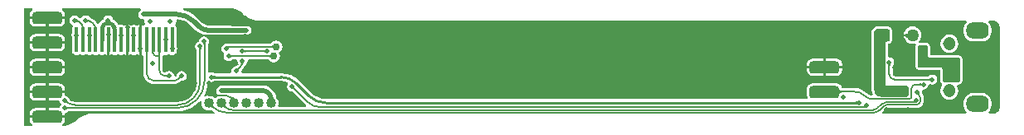
<source format=gbl>
G04*
G04 #@! TF.GenerationSoftware,Altium Limited,Altium Designer,20.1.7 (139)*
G04*
G04 Layer_Physical_Order=2*
G04 Layer_Color=16711680*
%FSLAX25Y25*%
%MOIN*%
G70*
G04*
G04 #@! TF.SameCoordinates,AE6903BA-CC81-4101-B740-E620CA86DFFE*
G04*
G04*
G04 #@! TF.FilePolarity,Positive*
G04*
G01*
G75*
%ADD10C,0.00600*%
%ADD11C,0.01000*%
%ADD12C,0.02000*%
%ADD13C,0.00800*%
G04:AMPARAMS|DCode=24|XSize=50mil|YSize=120mil|CornerRadius=12.5mil|HoleSize=0mil|Usage=FLASHONLY|Rotation=270.000|XOffset=0mil|YOffset=0mil|HoleType=Round|Shape=RoundedRectangle|*
%AMROUNDEDRECTD24*
21,1,0.05000,0.09500,0,0,270.0*
21,1,0.02500,0.12000,0,0,270.0*
1,1,0.02500,-0.04750,-0.01250*
1,1,0.02500,-0.04750,0.01250*
1,1,0.02500,0.04750,0.01250*
1,1,0.02500,0.04750,-0.01250*
%
%ADD24ROUNDEDRECTD24*%
%ADD32C,0.05000*%
%ADD33C,0.04000*%
%ADD34C,0.02000*%
%ADD35O,0.05000X0.05400*%
G04:AMPARAMS|DCode=36|XSize=90mil|YSize=68mil|CornerRadius=27.2mil|HoleSize=0mil|Usage=FLASHONLY|Rotation=0.000|XOffset=0mil|YOffset=0mil|HoleType=Round|Shape=RoundedRectangle|*
%AMROUNDEDRECTD36*
21,1,0.09000,0.01360,0,0,0.0*
21,1,0.03560,0.06800,0,0,0.0*
1,1,0.05440,0.01780,-0.00680*
1,1,0.05440,-0.01780,-0.00680*
1,1,0.05440,-0.01780,0.00680*
1,1,0.05440,0.01780,0.00680*
%
%ADD36ROUNDEDRECTD36*%
%ADD37C,0.01600*%
G04:AMPARAMS|DCode=38|XSize=16mil|YSize=100mil|CornerRadius=4mil|HoleSize=0mil|Usage=FLASHONLY|Rotation=180.000|XOffset=0mil|YOffset=0mil|HoleType=Round|Shape=RoundedRectangle|*
%AMROUNDEDRECTD38*
21,1,0.01600,0.09200,0,0,180.0*
21,1,0.00800,0.10000,0,0,180.0*
1,1,0.00800,-0.00400,0.04600*
1,1,0.00800,0.00400,0.04600*
1,1,0.00800,0.00400,-0.04600*
1,1,0.00800,-0.00400,-0.04600*
%
%ADD38ROUNDEDRECTD38*%
%ADD39C,0.03000*%
G36*
X3923Y48397D02*
X4104Y47797D01*
X3628Y47479D01*
X3131Y46734D01*
X2956Y45856D01*
Y45106D01*
X10000D01*
X17044D01*
Y45856D01*
X16870Y46734D01*
X16372Y47479D01*
X15895Y47797D01*
X16078Y48397D01*
X47373Y48397D01*
X47555Y47797D01*
X47183Y47548D01*
X46741Y46887D01*
X46586Y46106D01*
X46741Y45326D01*
X47183Y44664D01*
X47845Y44222D01*
X48625Y44067D01*
X48632D01*
X49125Y43467D01*
X49053Y43106D01*
X49239Y42170D01*
X49255Y42145D01*
X49090Y41745D01*
X48656Y41379D01*
X48344Y41588D01*
X47898Y41677D01*
Y35669D01*
Y29662D01*
X48031Y29688D01*
X48631Y29276D01*
Y22150D01*
X48619D01*
X48768Y21016D01*
X49206Y19959D01*
X49902Y19052D01*
X50810Y18356D01*
X51866Y17918D01*
X53000Y17769D01*
Y17781D01*
X60586D01*
Y17766D01*
X61816Y17928D01*
X62963Y18403D01*
X63864Y19094D01*
X64000Y19067D01*
X64780Y19222D01*
X65442Y19664D01*
X65884Y20326D01*
X66039Y21106D01*
X65884Y21887D01*
X65442Y22548D01*
X64780Y22990D01*
X64000Y23145D01*
X63220Y22990D01*
X62558Y22548D01*
X62116Y21887D01*
X61961Y21106D01*
X61963Y21094D01*
X61606Y20852D01*
X61038Y21115D01*
X61037Y21117D01*
X60884Y21887D01*
X60442Y22548D01*
X59780Y22990D01*
X59000Y23145D01*
X58220Y22990D01*
X57824Y22726D01*
X57523Y22546D01*
X56955Y22529D01*
X56681Y22713D01*
X56478Y23016D01*
X56407Y23374D01*
X56400D01*
Y29276D01*
X57000Y29688D01*
X57234Y29642D01*
X58034D01*
X58580Y29750D01*
X58913Y29973D01*
X59247Y29750D01*
X59793Y29642D01*
X60593D01*
X61139Y29750D01*
X61602Y30060D01*
X61912Y30523D01*
X62020Y31069D01*
Y31241D01*
X62077Y31326D01*
X62232Y32106D01*
X62077Y32887D01*
X62020Y32971D01*
Y40269D01*
X61912Y40815D01*
X61602Y41279D01*
X61502Y41783D01*
X61761Y42170D01*
X61947Y43106D01*
X61874Y43474D01*
X61873Y43506D01*
X62372Y44044D01*
X63416Y43941D01*
X64915Y43487D01*
X66296Y42748D01*
X67434Y41814D01*
X67487Y41735D01*
X69151Y40071D01*
X69573Y39649D01*
X69574Y39648D01*
X69575Y39648D01*
X69575Y39647D01*
X69576Y39648D01*
X69615Y39621D01*
X70653Y38769D01*
X71881Y38113D01*
X73156Y37726D01*
X73010Y37143D01*
X73000Y37146D01*
X72220Y36990D01*
X71558Y36548D01*
X71116Y35887D01*
X70961Y35106D01*
X70970Y35060D01*
X70620Y34990D01*
X69958Y34548D01*
X69516Y33887D01*
X69361Y33106D01*
X69516Y32326D01*
X69958Y31664D01*
X70094Y31574D01*
X70111Y31552D01*
X70164Y31506D01*
X70174Y31496D01*
Y18606D01*
X70184Y18559D01*
X70035Y17048D01*
X69580Y15549D01*
X68842Y14168D01*
X67849Y12958D01*
X66638Y11964D01*
X65257Y11226D01*
X63758Y10771D01*
X62247Y10622D01*
X62200Y10632D01*
X21350D01*
X21349Y10632D01*
X21348Y10632D01*
X21343Y10632D01*
X21293Y10622D01*
X20094Y10780D01*
X19018Y11225D01*
X19011Y11284D01*
X18990Y11353D01*
X18884Y11887D01*
X18442Y12548D01*
X17780Y12990D01*
X17213Y13103D01*
X17044Y13356D01*
Y14106D01*
X10500D01*
Y12120D01*
X11000D01*
X10905Y12110D01*
X10820Y12079D01*
X10745Y12028D01*
X10680Y11958D01*
X10625Y11867D01*
X10580Y11755D01*
X10545Y11624D01*
X10520Y11472D01*
X10505Y11300D01*
X10500Y11108D01*
Y11062D01*
X14750D01*
X15003Y10893D01*
X15116Y10326D01*
X15278Y10083D01*
X15528Y9606D01*
X15278Y9130D01*
X15116Y8887D01*
X15003Y8320D01*
X14750Y8150D01*
X10500D01*
Y8105D01*
D01*
X10505Y7913D01*
X10520Y7741D01*
X10545Y7589D01*
X10580Y7457D01*
X10625Y7346D01*
X10680Y7255D01*
X10745Y7184D01*
X10820Y7134D01*
X10905Y7103D01*
X11000Y7093D01*
X10500D01*
Y5106D01*
X17044D01*
Y5856D01*
X17213Y6110D01*
X17780Y6222D01*
X18442Y6664D01*
X18490Y6737D01*
X18507Y6751D01*
X18530Y6768D01*
X18548Y6779D01*
X18551Y6781D01*
X62299D01*
Y6769D01*
X64214Y6919D01*
X66081Y7368D01*
X67856Y8102D01*
X69493Y9106D01*
X70953Y10353D01*
X71491Y10983D01*
X72055Y10719D01*
X71974Y10106D01*
X72077Y9323D01*
X72379Y8593D01*
X72860Y7967D01*
X73487Y7486D01*
X74217Y7184D01*
X75000Y7080D01*
X75783Y7184D01*
X76008Y7277D01*
X76994Y6468D01*
X77273Y6319D01*
X77127Y5737D01*
X28126D01*
X28106Y5733D01*
X28086Y5736D01*
X27262Y5695D01*
X27203Y5681D01*
X27143D01*
X25528Y5359D01*
X25453Y5329D01*
X25375Y5313D01*
X23853Y4683D01*
X23786Y4638D01*
X23712Y4607D01*
X22343Y3692D01*
X22300Y3650D01*
X22248Y3619D01*
X21637Y3065D01*
X21625Y3049D01*
X21608Y3037D01*
X21080Y2509D01*
X19838Y1679D01*
X18457Y1107D01*
X16992Y816D01*
X16078D01*
X15895Y1416D01*
X16372Y1734D01*
X16870Y2478D01*
X17044Y3356D01*
Y4106D01*
X10000D01*
X2956D01*
Y3356D01*
X3131Y2478D01*
X3628Y1734D01*
X4104Y1416D01*
X3923Y816D01*
X816D01*
Y48397D01*
X3923D01*
D02*
G37*
G36*
X347700Y40106D02*
X347899Y40106D01*
X348267Y39954D01*
X348548Y39673D01*
X348700Y39305D01*
X348700Y39106D01*
X348700Y39106D01*
X348700Y36106D01*
X348700Y35907D01*
X348548Y35540D01*
X348266Y35258D01*
X347899Y35106D01*
X347700Y35106D01*
Y35106D01*
X347544Y35091D01*
X347255Y34971D01*
X347035Y34751D01*
X346915Y34462D01*
X346900Y34306D01*
Y34306D01*
Y34306D01*
D01*
X346900Y18106D01*
X346919Y17911D01*
X347069Y17551D01*
X347344Y17275D01*
X347705Y17126D01*
X347900Y17106D01*
X355300Y17106D01*
X355499Y17106D01*
X355867Y16954D01*
X356148Y16673D01*
X356300Y16305D01*
X356300Y16106D01*
X356300Y16106D01*
X356300Y13606D01*
X356300Y13407D01*
X356148Y13040D01*
X355867Y12758D01*
X355499Y12606D01*
X355300Y12606D01*
X345500Y12606D01*
X345195Y12606D01*
X344596Y12725D01*
X344032Y12959D01*
X343524Y13298D01*
X343092Y13730D01*
X342753Y14238D01*
X342519Y14802D01*
X342400Y15401D01*
X342400Y15707D01*
X342400Y15707D01*
X342400Y38606D01*
X342400Y38905D01*
X342628Y39456D01*
X343050Y39878D01*
X343602Y40106D01*
X343900Y40106D01*
X343900Y40106D01*
X347700Y40106D01*
D02*
G37*
G36*
X73766Y34450D02*
X73661Y34261D01*
X73618Y34168D01*
X73582Y34077D01*
X73553Y33987D01*
X73530Y33898D01*
X73513Y33811D01*
X73503Y33725D01*
X73500Y33640D01*
X72900Y33511D01*
X72896Y33603D01*
X72882Y33691D01*
X72860Y33776D01*
X72829Y33857D01*
X72789Y33935D01*
X72741Y34008D01*
X72683Y34078D01*
X72616Y34145D01*
X72541Y34207D01*
X72457Y34267D01*
X73829Y34547D01*
X73766Y34450D01*
D02*
G37*
G36*
X60695Y33465D02*
X60711Y33271D01*
X60725Y33185D01*
X60743Y33106D01*
X60765Y33035D01*
X60791Y32970D01*
X60821Y32913D01*
X60855Y32863D01*
X60893Y32820D01*
X59493D01*
X59531Y32863D01*
X59565Y32913D01*
X59595Y32970D01*
X59621Y33035D01*
X59643Y33106D01*
X59661Y33185D01*
X59675Y33271D01*
X59685Y33364D01*
X59693Y33572D01*
X60693D01*
X60695Y33465D01*
D02*
G37*
G36*
X100625Y32306D02*
X100595Y32363D01*
X100556Y32414D01*
X100508Y32459D01*
X100451Y32498D01*
X100386Y32531D01*
X100312Y32558D01*
X100230Y32579D01*
X100139Y32594D01*
X100039Y32603D01*
X99930Y32606D01*
Y33206D01*
X100039Y33209D01*
X100139Y33218D01*
X100230Y33233D01*
X100312Y33254D01*
X100386Y33281D01*
X100451Y33314D01*
X100508Y33353D01*
X100556Y33398D01*
X100595Y33449D01*
X100625Y33506D01*
Y32306D01*
D02*
G37*
G36*
X83485Y32606D02*
X83387Y32602D01*
X83299Y32590D01*
X83222Y32570D01*
X83154Y32542D01*
X83098Y32506D01*
X83051Y32462D01*
X83015Y32410D01*
X82989Y32350D01*
X82974Y32282D01*
X82968Y32206D01*
X82127Y33194D01*
X83283Y33206D01*
X83485Y32606D01*
D02*
G37*
G36*
X72098Y32378D02*
X72035Y32290D01*
X71980Y32202D01*
X71932Y32114D01*
X71892Y32026D01*
X71859Y31939D01*
X71833Y31851D01*
X71815Y31764D01*
X71804Y31677D01*
X71800Y31590D01*
X71200Y31526D01*
X71196Y31617D01*
X71183Y31705D01*
X71162Y31791D01*
X71132Y31875D01*
X71094Y31956D01*
X71047Y32035D01*
X70992Y32111D01*
X70928Y32185D01*
X70856Y32256D01*
X70775Y32326D01*
X72168Y32466D01*
X72098Y32378D01*
D02*
G37*
G36*
X97786Y30375D02*
X97707Y30451D01*
X97627Y30519D01*
X97546Y30579D01*
X97463Y30631D01*
X97380Y30675D01*
X97295Y30711D01*
X97210Y30739D01*
X97123Y30759D01*
X97035Y30771D01*
X96946Y30775D01*
Y31375D01*
X97035Y31379D01*
X97123Y31391D01*
X97210Y31411D01*
X97295Y31439D01*
X97380Y31475D01*
X97463Y31519D01*
X97546Y31571D01*
X97627Y31631D01*
X97707Y31699D01*
X97786Y31775D01*
Y30375D01*
D02*
G37*
G36*
X89293Y31699D02*
X89373Y31631D01*
X89454Y31571D01*
X89537Y31519D01*
X89620Y31475D01*
X89705Y31439D01*
X89790Y31411D01*
X89877Y31391D01*
X89965Y31379D01*
X90054Y31375D01*
Y30775D01*
X89965Y30771D01*
X89877Y30759D01*
X89790Y30739D01*
X89705Y30711D01*
X89620Y30675D01*
X89537Y30631D01*
X89454Y30579D01*
X89373Y30519D01*
X89293Y30451D01*
X89214Y30375D01*
Y31775D01*
X89293Y31699D01*
D02*
G37*
G36*
X55612Y30740D02*
X55563Y30719D01*
X55519Y30686D01*
X55480Y30639D01*
X55448Y30578D01*
X55422Y30504D01*
X55401Y30417D01*
X55387Y30316D01*
X55378Y30202D01*
X55375Y30074D01*
X54775D01*
X54772Y30202D01*
X54763Y30316D01*
X54748Y30417D01*
X54728Y30504D01*
X54702Y30578D01*
X54669Y30639D01*
X54631Y30686D01*
X54587Y30719D01*
X54537Y30740D01*
X54482Y30746D01*
X55668D01*
X55612Y30740D01*
D02*
G37*
G36*
X50494D02*
X50444Y30719D01*
X50400Y30686D01*
X50362Y30639D01*
X50330Y30578D01*
X50304Y30504D01*
X50283Y30417D01*
X50268Y30316D01*
X50260Y30202D01*
X50257Y30074D01*
X49657D01*
X49654Y30202D01*
X49645Y30316D01*
X49630Y30417D01*
X49610Y30504D01*
X49583Y30578D01*
X49551Y30639D01*
X49513Y30686D01*
X49469Y30719D01*
X49419Y30740D01*
X49363Y30746D01*
X50550D01*
X50494Y30740D01*
D02*
G37*
G36*
X99625Y28506D02*
X99595Y28563D01*
X99555Y28614D01*
X99508Y28659D01*
X99451Y28698D01*
X99386Y28731D01*
X99312Y28758D01*
X99230Y28779D01*
X99139Y28794D01*
X99039Y28803D01*
X98930Y28806D01*
Y29406D01*
X99039Y29409D01*
X99139Y29418D01*
X99230Y29433D01*
X99312Y29454D01*
X99386Y29481D01*
X99451Y29514D01*
X99508Y29553D01*
X99555Y29598D01*
X99595Y29649D01*
X99625Y29706D01*
Y28506D01*
D02*
G37*
G36*
X83793Y29730D02*
X83873Y29662D01*
X83954Y29602D01*
X84037Y29550D01*
X84120Y29506D01*
X84205Y29470D01*
X84290Y29442D01*
X84377Y29422D01*
X84465Y29410D01*
X84554Y29406D01*
Y28806D01*
X84465Y28802D01*
X84377Y28790D01*
X84290Y28770D01*
X84205Y28742D01*
X84120Y28706D01*
X84037Y28662D01*
X83954Y28610D01*
X83873Y28550D01*
X83793Y28482D01*
X83714Y28406D01*
Y29806D01*
X83793Y29730D01*
D02*
G37*
G36*
X55375Y29106D02*
X54775Y28206D01*
X54769Y28320D01*
X54751Y28422D01*
X54721Y28512D01*
X54679Y28590D01*
X54625Y28656D01*
X54559Y28710D01*
X54481Y28752D01*
X54391Y28782D01*
X54289Y28800D01*
X54175Y28806D01*
Y29406D01*
X54289Y29412D01*
X54391Y29430D01*
X54481Y29460D01*
X54559Y29502D01*
X54625Y29556D01*
X54679Y29622D01*
X54721Y29700D01*
X54751Y29790D01*
X54769Y29892D01*
X54775Y30006D01*
X55375Y29106D01*
D02*
G37*
G36*
X89097Y26336D02*
X89014Y26271D01*
X88862Y26134D01*
X88793Y26062D01*
X88730Y25988D01*
X88671Y25912D01*
X88617Y25834D01*
X88569Y25753D01*
X88525Y25670D01*
X88486Y25585D01*
X87867Y25670D01*
X87900Y25752D01*
X87922Y25834D01*
X87934Y25917D01*
X87934Y26001D01*
X87924Y26086D01*
X87903Y26172D01*
X87871Y26259D01*
X87828Y26346D01*
X87774Y26435D01*
X87710Y26525D01*
X89097Y26336D01*
D02*
G37*
G36*
X349136Y25838D02*
X349085Y25773D01*
X349040Y25703D01*
X349001Y25630D01*
X348968Y25552D01*
X348941Y25469D01*
X348920Y25383D01*
X348905Y25292D01*
X348896Y25196D01*
X348893Y25097D01*
X348093D01*
X348090Y25196D01*
X348081Y25292D01*
X348066Y25383D01*
X348045Y25469D01*
X348018Y25552D01*
X347985Y25630D01*
X347946Y25703D01*
X347901Y25773D01*
X347850Y25838D01*
X347793Y25899D01*
X349193D01*
X349136Y25838D01*
D02*
G37*
G36*
X87311Y23993D02*
X87251Y23927D01*
X87197Y23857D01*
X87150Y23781D01*
X87109Y23701D01*
X87075Y23616D01*
X87047Y23525D01*
X87026Y23430D01*
X87011Y23331D01*
X87002Y23226D01*
X87000Y23116D01*
X86010Y24106D01*
X86120Y24108D01*
X86224Y24117D01*
X86324Y24132D01*
X86419Y24153D01*
X86509Y24181D01*
X86594Y24216D01*
X86675Y24256D01*
X86750Y24304D01*
X86821Y24357D01*
X86887Y24417D01*
X87311Y23993D01*
D02*
G37*
G36*
X58286Y20406D02*
X58207Y20482D01*
X58127Y20550D01*
X58046Y20610D01*
X57963Y20662D01*
X57880Y20706D01*
X57795Y20742D01*
X57710Y20770D01*
X57623Y20790D01*
X57535Y20802D01*
X57446Y20806D01*
Y21406D01*
X57535Y21410D01*
X57623Y21422D01*
X57710Y21442D01*
X57795Y21470D01*
X57880Y21506D01*
X57963Y21550D01*
X58046Y21602D01*
X58127Y21662D01*
X58207Y21730D01*
X58286Y21806D01*
Y20406D01*
D02*
G37*
G36*
X63723Y20145D02*
X63681Y20154D01*
X63638Y20154D01*
X63592Y20147D01*
X63544Y20133D01*
X63494Y20112D01*
X63442Y20083D01*
X63388Y20047D01*
X63332Y20003D01*
X63273Y19952D01*
X63212Y19894D01*
X62788Y20318D01*
X62846Y20379D01*
X62940Y20494D01*
X62977Y20549D01*
X63005Y20601D01*
X63027Y20651D01*
X63041Y20698D01*
X63048Y20744D01*
X63047Y20788D01*
X63039Y20829D01*
X63723Y20145D01*
D02*
G37*
G36*
X76820Y21268D02*
X76870Y21234D01*
X76927Y21204D01*
X76991Y21178D01*
X77063Y21156D01*
X77142Y21138D01*
X77228Y21124D01*
X77321Y21114D01*
X77529Y21106D01*
Y20106D01*
X77421Y20104D01*
X77228Y20088D01*
X77142Y20074D01*
X77063Y20056D01*
X76991Y20034D01*
X76927Y20008D01*
X76870Y19978D01*
X76820Y19944D01*
X76777Y19906D01*
Y21306D01*
X76820Y21268D01*
D02*
G37*
G36*
X365086Y18873D02*
X365025Y18930D01*
X364960Y18981D01*
X364890Y19026D01*
X364816Y19065D01*
X364738Y19098D01*
X364656Y19125D01*
X364569Y19146D01*
X364478Y19161D01*
X364383Y19170D01*
X364283Y19173D01*
Y19973D01*
X364383Y19976D01*
X364478Y19985D01*
X364569Y20000D01*
X364656Y20021D01*
X364738Y20048D01*
X364816Y20081D01*
X364890Y20120D01*
X364960Y20165D01*
X365025Y20216D01*
X365086Y20273D01*
Y18873D01*
D02*
G37*
G36*
X105400Y18953D02*
X106558Y18602D01*
X106740Y18178D01*
X106736Y17870D01*
X106516Y17541D01*
X106361Y16761D01*
X106516Y15980D01*
X106958Y15319D01*
X107620Y14877D01*
X108400Y14721D01*
X108485Y14739D01*
X108507Y14737D01*
X108536Y14732D01*
X108556Y14728D01*
X108560Y14727D01*
X113590Y9696D01*
X113577Y9684D01*
X114171Y9197D01*
X113969Y8632D01*
X103176D01*
X102843Y9131D01*
X102923Y9323D01*
X103026Y10106D01*
X102923Y10889D01*
X102620Y11619D01*
X102140Y12246D01*
X102087Y12286D01*
X102083Y12293D01*
X102082Y12293D01*
X102081Y12294D01*
X102018Y12355D01*
X101939Y12435D01*
X101857Y13055D01*
X101298Y14405D01*
X100408Y15565D01*
X99249Y16454D01*
X97899Y17013D01*
X96450Y17204D01*
Y17196D01*
X80050D01*
X79270Y17040D01*
X78608Y16598D01*
X78558Y16548D01*
X78116Y15887D01*
X77961Y15106D01*
X78116Y14326D01*
X78558Y13664D01*
X78797Y13505D01*
X78730Y12828D01*
X78487Y12727D01*
X77883Y12263D01*
X77723Y12167D01*
X77277D01*
X77117Y12263D01*
X76513Y12727D01*
X75783Y13029D01*
X75000Y13132D01*
X74217Y13029D01*
X73487Y12727D01*
X73443Y12693D01*
X72990Y13102D01*
X73204Y13451D01*
X73939Y15225D01*
X74387Y17092D01*
X74402Y17282D01*
X74376Y17313D01*
X74300Y17392D01*
X74411D01*
X74500Y18524D01*
X75125Y18827D01*
X75283Y18722D01*
X76063Y18567D01*
X76843Y18722D01*
X77374Y19077D01*
X104000D01*
X104047Y19086D01*
X105400Y18953D01*
D02*
G37*
G36*
X83434Y48397D02*
X84181D01*
X85647Y48105D01*
X87027Y47534D01*
X88270Y46703D01*
X88798Y46175D01*
X88815Y46164D01*
X88827Y46148D01*
X89438Y45594D01*
X89490Y45563D01*
X89532Y45520D01*
X90902Y44605D01*
X90976Y44574D01*
X91043Y44530D01*
X92564Y43900D01*
X92643Y43884D01*
X92717Y43853D01*
X94332Y43532D01*
X94393D01*
X94452Y43517D01*
X95275Y43477D01*
X95295Y43480D01*
X95315Y43476D01*
X379410Y43476D01*
X379614Y42876D01*
X379567Y42839D01*
X378971Y42062D01*
X378596Y41157D01*
X378468Y40186D01*
Y38826D01*
X378596Y37855D01*
X378971Y36950D01*
X379567Y36173D01*
X380344Y35577D01*
X381249Y35202D01*
X382220Y35074D01*
X385780D01*
X386751Y35202D01*
X387656Y35577D01*
X388433Y36173D01*
X389029Y36950D01*
X389404Y37855D01*
X389532Y38826D01*
Y40186D01*
X389404Y41157D01*
X389029Y42062D01*
X388433Y42839D01*
X388386Y42876D01*
X388590Y43476D01*
X390426D01*
X390953Y43371D01*
X391449Y43165D01*
X391896Y42867D01*
X392276Y42487D01*
X392575Y42040D01*
X392780Y41544D01*
X392885Y41017D01*
Y40748D01*
X392885Y8465D01*
Y8196D01*
X392780Y7669D01*
X392575Y7173D01*
X392276Y6726D01*
X391896Y6346D01*
X391449Y6047D01*
X390953Y5842D01*
X390426Y5737D01*
X390157Y5737D01*
X388590D01*
X388386Y6337D01*
X388433Y6373D01*
X389029Y7150D01*
X389404Y8055D01*
X389532Y9026D01*
Y10386D01*
X389404Y11357D01*
X389029Y12262D01*
X388433Y13039D01*
X387656Y13636D01*
X386751Y14011D01*
X385780Y14138D01*
X382220D01*
X381249Y14011D01*
X380344Y13636D01*
X379567Y13039D01*
X378971Y12262D01*
X378596Y11357D01*
X378468Y10386D01*
Y9026D01*
X378596Y8055D01*
X378971Y7150D01*
X379567Y6373D01*
X379614Y6337D01*
X379411Y5737D01*
X345736D01*
X345587Y6173D01*
X345574Y6337D01*
X347163Y7940D01*
X347175Y7959D01*
X347480Y8085D01*
X347500Y8081D01*
X348214D01*
Y8306D01*
X348293Y8230D01*
X348373Y8162D01*
X348454Y8102D01*
X348488Y8081D01*
X355012D01*
X355046Y8102D01*
X355127Y8162D01*
X355207Y8230D01*
X355286Y8306D01*
Y8081D01*
X356714D01*
Y8306D01*
X356793Y8230D01*
X356873Y8162D01*
X356954Y8102D01*
X356988Y8081D01*
X359350D01*
Y8080D01*
X360146Y8185D01*
X360888Y8492D01*
X361525Y8981D01*
X362014Y9618D01*
X362321Y10360D01*
X362426Y11156D01*
X362425D01*
Y11806D01*
X362438D01*
X362286Y12965D01*
X361839Y14045D01*
X361773Y14130D01*
X361762Y14157D01*
X361751Y14192D01*
X361741Y14228D01*
X361733Y14266D01*
X361728Y14294D01*
X361720Y14408D01*
X361739Y14506D01*
X361627Y15069D01*
X361987Y15528D01*
X362089Y15589D01*
X362200Y15567D01*
X362980Y15722D01*
X363642Y16164D01*
X364084Y16826D01*
X364219Y17503D01*
X364552Y17731D01*
X364806Y17832D01*
X365020Y17689D01*
X365800Y17534D01*
X366580Y17689D01*
X367242Y18131D01*
X367684Y18793D01*
X367839Y19573D01*
X367684Y20354D01*
X367242Y21015D01*
X366580Y21457D01*
X365800Y21612D01*
X365020Y21457D01*
X364358Y21015D01*
X364348Y21001D01*
X350756D01*
Y21007D01*
X350438Y21070D01*
X350170Y21250D01*
X349990Y21519D01*
X349927Y21836D01*
X349920D01*
Y25162D01*
X349935Y25172D01*
X350034Y25320D01*
X350000D01*
X350076Y25399D01*
X350128Y25461D01*
X350279Y25686D01*
X350300Y25726D01*
X350336Y25811D01*
X350364Y25897D01*
X350384Y25983D01*
X350396Y26071D01*
X350400Y26160D01*
X350442D01*
X350532Y26613D01*
X350377Y27394D01*
X349935Y28055D01*
X349273Y28497D01*
X348493Y28653D01*
X348383Y28631D01*
X347920Y29011D01*
Y34091D01*
X348289Y34164D01*
X348289Y34164D01*
X348289Y34164D01*
X348657Y34317D01*
X348657Y34317D01*
X348987Y34538D01*
X349269Y34819D01*
X349269Y34819D01*
X349269Y34819D01*
X349379Y34983D01*
X349490Y35150D01*
X349490Y35150D01*
X349490Y35150D01*
X349642Y35517D01*
X349642Y35517D01*
X349642Y35517D01*
X349720Y35907D01*
X349720Y36106D01*
X349720Y39106D01*
X349720Y39106D01*
X349720Y39305D01*
X349642Y39695D01*
X349642Y39695D01*
X349490Y40063D01*
X349490Y40063D01*
X349490Y40063D01*
X349379Y40229D01*
X349269Y40394D01*
X349269Y40394D01*
X349269Y40394D01*
X348987Y40675D01*
X348987Y40675D01*
X348657Y40896D01*
X348289Y41048D01*
X348289Y41048D01*
X348289Y41048D01*
X348054Y41095D01*
X347899Y41126D01*
X347899Y41126D01*
X347899Y41126D01*
X347700Y41126D01*
X346175Y41126D01*
X346094Y41137D01*
X346014Y41126D01*
X343900Y41126D01*
X343900Y41126D01*
X343602Y41126D01*
X343212Y41048D01*
X342660Y40820D01*
X342329Y40599D01*
X341908Y40177D01*
X341770Y39971D01*
X341687Y39846D01*
X341458Y39295D01*
X341380Y38905D01*
X341380Y38606D01*
X341380Y38606D01*
X341380Y38606D01*
X341380Y15707D01*
X341380Y15707D01*
X341380Y15401D01*
X341400Y15303D01*
X341400Y15202D01*
X341519Y14603D01*
X341558Y14511D01*
X341577Y14412D01*
X341811Y13848D01*
X341866Y13764D01*
X341879Y13735D01*
X341786Y13521D01*
X341513Y13178D01*
X341018Y13243D01*
X340196Y13584D01*
X339943Y13778D01*
X339492Y14139D01*
X339492Y14139D01*
X338461Y14985D01*
X337278Y15618D01*
X335993Y16008D01*
X334658Y16139D01*
Y16134D01*
X329489D01*
X329369Y16734D01*
X328872Y17479D01*
X328128Y17976D01*
X327250Y18150D01*
X317750D01*
X316872Y17976D01*
X316128Y17479D01*
X315631Y16734D01*
X315456Y15856D01*
Y13356D01*
X315631Y12478D01*
X315773Y12265D01*
X315490Y11736D01*
X122000Y11736D01*
X121937Y11723D01*
X120411Y11874D01*
X118883Y12337D01*
X117474Y13090D01*
X116288Y14063D01*
X116253Y14116D01*
X111227Y19142D01*
X111241Y19156D01*
X109689Y20430D01*
X107919Y21376D01*
X105998Y21959D01*
X104000Y22156D01*
Y22136D01*
X88424D01*
X87966Y22736D01*
X88039Y23106D01*
X88038Y23110D01*
X88367Y23574D01*
X88367Y23574D01*
X89168Y24618D01*
X89346Y25047D01*
X89366Y25070D01*
X89383Y25120D01*
X89414Y25162D01*
X89440Y25220D01*
X89457Y25251D01*
X89475Y25282D01*
X89496Y25313D01*
X89521Y25344D01*
X89549Y25377D01*
X89572Y25402D01*
X89669Y25489D01*
X89724Y25532D01*
X89762Y25576D01*
X89942Y25696D01*
X90384Y26357D01*
X90539Y27138D01*
X90504Y27317D01*
X90884Y27781D01*
X98879D01*
X99198Y27304D01*
X100024Y26751D01*
X101000Y26557D01*
X101976Y26751D01*
X102802Y27304D01*
X103355Y28131D01*
X103549Y29106D01*
X103355Y30082D01*
X103021Y30582D01*
X103802Y31104D01*
X104355Y31931D01*
X104549Y32906D01*
X104355Y33882D01*
X103802Y34709D01*
X102975Y35261D01*
X102000Y35455D01*
X101024Y35261D01*
X100198Y34709D01*
X99879Y34232D01*
X82037D01*
X81968Y34245D01*
X81188Y34090D01*
X80527Y33648D01*
X80085Y32987D01*
X79929Y32206D01*
X80085Y31426D01*
X80527Y30764D01*
X80883Y30527D01*
X81116Y29887D01*
X80961Y29106D01*
X81116Y28326D01*
X81558Y27664D01*
X82220Y27222D01*
X83000Y27067D01*
X83780Y27222D01*
X84442Y27664D01*
X84490Y27737D01*
X84507Y27751D01*
X84530Y27768D01*
X84548Y27779D01*
X84551Y27781D01*
X86116D01*
X86497Y27317D01*
X86461Y27138D01*
X86616Y26357D01*
X86840Y26023D01*
X86856Y25986D01*
X86525Y25491D01*
X86480Y25461D01*
X86159Y25140D01*
X86156Y25139D01*
X86136Y25135D01*
X86107Y25130D01*
X86085Y25128D01*
X86000Y25146D01*
X85220Y24990D01*
X84558Y24548D01*
X84116Y23887D01*
X83961Y23106D01*
X84035Y22736D01*
X83577Y22136D01*
X77374D01*
X76843Y22490D01*
X76063Y22646D01*
X75283Y22490D01*
X75125Y22385D01*
X74525Y22706D01*
Y33677D01*
X74531Y33699D01*
X74541Y33729D01*
X74556Y33766D01*
X74571Y33799D01*
X74641Y33925D01*
X74685Y33993D01*
X74719Y34079D01*
X74884Y34326D01*
X75039Y35106D01*
X74884Y35887D01*
X74442Y36548D01*
X73780Y36990D01*
X73186Y37108D01*
X73274Y37703D01*
X74352Y37596D01*
X74500Y37567D01*
X74550Y37577D01*
X74550Y37577D01*
X74600Y37567D01*
X77523D01*
X78031Y37906D01*
X78540Y37567D01*
X88085D01*
X88300Y37906D01*
X88386Y37908D01*
X88473Y37912D01*
X88737Y37944D01*
X88826Y37960D01*
X89097Y38028D01*
X89188Y38056D01*
X89500Y37765D01*
X89289Y37567D01*
X89711D01*
X89500Y37765D01*
X89811Y38056D01*
X89903Y38028D01*
X90174Y37960D01*
X90263Y37944D01*
X90527Y37912D01*
X90614Y37908D01*
X90700Y37906D01*
X90806Y37739D01*
X91442Y38164D01*
X91884Y38826D01*
X92039Y39606D01*
X91884Y40387D01*
X91442Y41048D01*
X90780Y41490D01*
X90000Y41646D01*
X74600D01*
X74554Y41636D01*
X74531Y41639D01*
X74500Y41646D01*
X74494Y41644D01*
X73812Y41734D01*
X73077Y42038D01*
X72907Y42169D01*
X72458Y42532D01*
X72457Y42533D01*
X72457Y42533D01*
X72034Y42956D01*
X70371Y44619D01*
X70356Y44629D01*
X68933Y45845D01*
X67323Y46831D01*
X65578Y47554D01*
X64567Y47797D01*
X64638Y48397D01*
X83434Y48397D01*
D02*
G37*
G36*
X361486Y16906D02*
X361425Y16963D01*
X361360Y17014D01*
X361290Y17059D01*
X361216Y17098D01*
X361138Y17131D01*
X361056Y17158D01*
X360969Y17179D01*
X360878Y17194D01*
X360783Y17203D01*
X360683Y17206D01*
Y18006D01*
X360783Y18009D01*
X360878Y18018D01*
X360969Y18033D01*
X361056Y18054D01*
X361138Y18081D01*
X361216Y18114D01*
X361290Y18153D01*
X361360Y18198D01*
X361425Y18249D01*
X361486Y18306D01*
Y16906D01*
D02*
G37*
G36*
X109402Y16641D02*
X109411Y16536D01*
X109426Y16437D01*
X109447Y16342D01*
X109475Y16251D01*
X109509Y16166D01*
X109550Y16086D01*
X109597Y16010D01*
X109651Y15940D01*
X109711Y15874D01*
X109287Y15450D01*
X109221Y15510D01*
X109150Y15563D01*
X109075Y15611D01*
X108994Y15652D01*
X108909Y15686D01*
X108819Y15714D01*
X108724Y15735D01*
X108624Y15750D01*
X108520Y15759D01*
X108410Y15761D01*
X109400Y16751D01*
X109402Y16641D01*
D02*
G37*
G36*
X323775Y15349D02*
X323840Y15298D01*
X323910Y15253D01*
X323984Y15214D01*
X324062Y15181D01*
X324144Y15154D01*
X324231Y15133D01*
X324322Y15118D01*
X324417Y15109D01*
X324517Y15106D01*
Y14306D01*
X324417Y14303D01*
X324322Y14294D01*
X324231Y14279D01*
X324144Y14258D01*
X324062Y14231D01*
X323984Y14198D01*
X323910Y14159D01*
X323840Y14114D01*
X323775Y14063D01*
X323714Y14006D01*
Y15406D01*
X323775Y15349D01*
D02*
G37*
G36*
X328495Y15430D02*
X328519Y15362D01*
X328560Y15302D01*
X328617Y15250D01*
X328690Y15206D01*
X328779Y15170D01*
X328885Y15142D01*
X329006Y15122D01*
X329144Y15110D01*
X329299Y15106D01*
Y14306D01*
X329144Y14302D01*
X329006Y14290D01*
X328885Y14270D01*
X328779Y14242D01*
X328690Y14206D01*
X328617Y14162D01*
X328560Y14110D01*
X328519Y14050D01*
X328495Y13982D01*
X328487Y13906D01*
Y15506D01*
X328495Y15430D01*
D02*
G37*
G36*
X360700Y14377D02*
X360714Y14177D01*
X360730Y14080D01*
X360750Y13985D01*
X360775Y13893D01*
X360806Y13803D01*
X360841Y13714D01*
X360882Y13629D01*
X360928Y13545D01*
X360481Y13114D01*
X360437Y13188D01*
X360385Y13254D01*
X360325Y13313D01*
X360258Y13363D01*
X360183Y13406D01*
X360101Y13442D01*
X360010Y13469D01*
X359912Y13489D01*
X359807Y13502D01*
X359694Y13506D01*
X360700Y14480D01*
X360700Y14377D01*
D02*
G37*
G36*
X100985Y12015D02*
X100999Y11984D01*
X101020Y11948D01*
X101048Y11907D01*
X101084Y11861D01*
X101178Y11755D01*
X101302Y11629D01*
X101374Y11559D01*
X98575Y11510D01*
X98652Y11589D01*
X98876Y11847D01*
X98911Y11896D01*
X98937Y11939D01*
X98955Y11976D01*
X98964Y12006D01*
X98964Y12031D01*
X100979Y12041D01*
X100985Y12015D01*
D02*
G37*
G36*
X84447Y12492D02*
X84571Y12458D01*
X84738Y12400D01*
X85203Y12209D01*
X85844Y11920D01*
X84481Y11438D01*
X84999Y11483D01*
X85258Y10535D01*
X84568Y10359D01*
X84602Y10430D01*
X84623Y10509D01*
X84632Y10596D01*
X84629Y10691D01*
X84614Y10794D01*
X84586Y10905D01*
X84547Y11023D01*
X84495Y11150D01*
X84431Y11285D01*
X84370Y11399D01*
X83204Y10986D01*
X83766Y12149D01*
X84391Y12381D01*
X84339Y12446D01*
X84332Y12486D01*
X84368Y12501D01*
X84447Y12492D01*
D02*
G37*
G36*
X359142Y10219D02*
X357986Y10206D01*
X357784Y10806D01*
X357882Y10810D01*
X357969Y10822D01*
X358047Y10842D01*
X358114Y10870D01*
X358171Y10906D01*
X358217Y10950D01*
X358254Y11002D01*
X358279Y11062D01*
X358295Y11130D01*
X358300Y11206D01*
X359142Y10219D01*
D02*
G37*
G36*
X18009Y11068D02*
X18027Y10965D01*
X18053Y10869D01*
X18085Y10780D01*
X18124Y10697D01*
X18170Y10622D01*
X18223Y10553D01*
X18283Y10492D01*
X18350Y10437D01*
X18424Y10389D01*
X18028Y9925D01*
X17948Y9970D01*
X17865Y10008D01*
X17779Y10041D01*
X17691Y10068D01*
X17598Y10089D01*
X17503Y10105D01*
X17405Y10115D01*
X17303Y10119D01*
X17199Y10118D01*
X17091Y10110D01*
X17998Y11178D01*
X18009Y11068D01*
D02*
G37*
G36*
X335786Y9506D02*
X335743Y9544D01*
X335693Y9578D01*
X335636Y9608D01*
X335572Y9634D01*
X335500Y9656D01*
X335421Y9674D01*
X335335Y9688D01*
X335242Y9698D01*
X335034Y9706D01*
Y10706D01*
X335142Y10708D01*
X335335Y10724D01*
X335421Y10738D01*
X335500Y10756D01*
X335572Y10778D01*
X335636Y10804D01*
X335693Y10834D01*
X335743Y10868D01*
X335786Y10906D01*
Y9506D01*
D02*
G37*
G36*
X339342Y8119D02*
X338900Y8106D01*
X337983Y8706D01*
X338082Y8710D01*
X338169Y8722D01*
X338247Y8742D01*
X338314Y8770D01*
X338371Y8806D01*
X338417Y8850D01*
X338454Y8902D01*
X338479Y8962D01*
X338495Y9030D01*
X338500Y9106D01*
X339342Y8119D01*
D02*
G37*
G36*
X17793Y8730D02*
X17873Y8662D01*
X17954Y8602D01*
X18037Y8550D01*
X18120Y8506D01*
X18205Y8470D01*
X18290Y8442D01*
X18377Y8422D01*
X18465Y8410D01*
X18554Y8406D01*
Y7806D01*
X18465Y7802D01*
X18377Y7790D01*
X18290Y7770D01*
X18205Y7742D01*
X18120Y7706D01*
X18037Y7662D01*
X17954Y7610D01*
X17873Y7550D01*
X17793Y7482D01*
X17714Y7406D01*
Y8806D01*
X17793Y8730D01*
D02*
G37*
%LPC*%
G36*
X34500Y45645D02*
X33720Y45490D01*
X33058Y45048D01*
X32616Y44387D01*
X32527Y43940D01*
X32353Y43868D01*
X31832Y43468D01*
X31765Y43435D01*
X31745Y43413D01*
X31718Y43398D01*
X31685Y43355D01*
X31464Y43185D01*
X30782Y42296D01*
X30772Y42272D01*
X30122D01*
X30116Y42287D01*
X29269Y43391D01*
X28165Y44238D01*
X27586Y44478D01*
X27560Y44500D01*
X27503Y44519D01*
X27454Y44552D01*
X27397Y44577D01*
X27368Y44591D01*
X27339Y44608D01*
X27310Y44627D01*
X27279Y44650D01*
X27248Y44676D01*
X27224Y44698D01*
X27137Y44792D01*
X27094Y44846D01*
X27055Y44879D01*
X26942Y45048D01*
X26280Y45490D01*
X25500Y45645D01*
X24720Y45490D01*
X24058Y45048D01*
X23830Y44707D01*
X23536Y44466D01*
X23134Y44439D01*
X23037Y44450D01*
X23004Y44475D01*
X22945Y44505D01*
X22912Y44524D01*
X22879Y44545D01*
X22856Y44562D01*
X22769Y44636D01*
X22752Y44653D01*
X22666Y44752D01*
X22623Y44808D01*
X22572Y44853D01*
X22442Y45048D01*
X21780Y45490D01*
X21000Y45645D01*
X20220Y45490D01*
X19558Y45048D01*
X19116Y44387D01*
X18961Y43606D01*
X19116Y42826D01*
X19558Y42164D01*
X20101Y41802D01*
X20234Y41567D01*
X20278Y41099D01*
X20088Y40815D01*
X19980Y40269D01*
Y38471D01*
X19923Y38387D01*
X19768Y37606D01*
X19923Y36826D01*
X19980Y36741D01*
Y31069D01*
X20088Y30523D01*
X20398Y30060D01*
X20861Y29750D01*
X21407Y29642D01*
X22207D01*
X22753Y29750D01*
X23087Y29973D01*
X23420Y29750D01*
X23966Y29642D01*
X24766D01*
X25312Y29750D01*
X25646Y29973D01*
X25979Y29750D01*
X26525Y29642D01*
X27325D01*
X27871Y29750D01*
X28205Y29973D01*
X28538Y29750D01*
X29084Y29642D01*
X29884D01*
X30430Y29750D01*
X30764Y29973D01*
X31097Y29750D01*
X31643Y29642D01*
X32443D01*
X32989Y29750D01*
X33323Y29973D01*
X33656Y29750D01*
X34102Y29662D01*
Y35669D01*
X35102D01*
Y29662D01*
X35549Y29750D01*
X35882Y29973D01*
X36215Y29750D01*
X36761Y29642D01*
X37561D01*
X38108Y29750D01*
X38441Y29973D01*
X38774Y29750D01*
X39320Y29642D01*
X40121D01*
X40667Y29750D01*
X41000Y29973D01*
X41333Y29750D01*
X41780Y29662D01*
Y35669D01*
Y41677D01*
X41333Y41588D01*
X41000Y41365D01*
X40667Y41588D01*
X40121Y41697D01*
X39320D01*
X38774Y41588D01*
X38751Y41594D01*
X38446Y42088D01*
X38445Y42090D01*
X38432Y42109D01*
X38397Y42195D01*
X38286Y42339D01*
X38232Y42425D01*
X38190Y42469D01*
X38161Y42523D01*
X38118Y42558D01*
X37682Y43127D01*
X36750Y43842D01*
X36469Y43958D01*
X36384Y44387D01*
X35942Y45048D01*
X35280Y45490D01*
X34500Y45645D01*
D02*
G37*
G36*
X45239Y41697D02*
X44439D01*
X43892Y41588D01*
X43559Y41365D01*
X43226Y41588D01*
X42779Y41677D01*
Y35669D01*
Y29662D01*
X43226Y29750D01*
X43559Y29973D01*
X43892Y29750D01*
X44439Y29642D01*
X45239D01*
X45785Y29750D01*
X46118Y29973D01*
X46451Y29750D01*
X46898Y29662D01*
Y35669D01*
Y41677D01*
X46451Y41588D01*
X46118Y41365D01*
X45785Y41588D01*
X45239Y41697D01*
D02*
G37*
G36*
X17044Y44106D02*
X10500D01*
Y42120D01*
X11000D01*
X10905Y42110D01*
X10820Y42079D01*
X10745Y42029D01*
X10680Y41958D01*
X10625Y41867D01*
X10580Y41755D01*
X10545Y41624D01*
X10520Y41472D01*
X10505Y41300D01*
X10500Y41108D01*
Y41062D01*
X14750D01*
X15628Y41237D01*
X16372Y41734D01*
X16870Y42478D01*
X17044Y43356D01*
Y44106D01*
D02*
G37*
G36*
X9500D02*
X2956D01*
Y43356D01*
X3131Y42478D01*
X3628Y41734D01*
X4372Y41237D01*
X5250Y41062D01*
X9500D01*
Y41108D01*
X9500D01*
X9495Y41300D01*
X9480Y41472D01*
X9455Y41624D01*
X9420Y41755D01*
X9375Y41867D01*
X9320Y41958D01*
X9255Y42029D01*
X9180Y42079D01*
X9095Y42110D01*
X9000Y42120D01*
X9500D01*
Y44106D01*
D02*
G37*
G36*
X14750Y38150D02*
X10500D01*
Y38105D01*
X10505Y37913D01*
X10520Y37741D01*
X10545Y37589D01*
X10580Y37457D01*
X10625Y37346D01*
X10680Y37255D01*
X10745Y37184D01*
X10820Y37133D01*
X10905Y37103D01*
X11000Y37093D01*
X10500D01*
Y36072D01*
X10502Y35965D01*
X10518Y35771D01*
X10532Y35685D01*
X10550Y35606D01*
X10572Y35535D01*
X10598Y35471D01*
X10628Y35413D01*
X10662Y35363D01*
X10700Y35320D01*
X10500D01*
Y35106D01*
X17044D01*
Y35856D01*
X16870Y36734D01*
X16372Y37479D01*
X15628Y37976D01*
X14750Y38150D01*
D02*
G37*
G36*
X9500D02*
X5250D01*
X4372Y37976D01*
X3628Y37479D01*
X3131Y36734D01*
X2956Y35856D01*
Y35106D01*
X9500D01*
Y35320D01*
X9300D01*
X9338Y35363D01*
X9372Y35413D01*
X9402Y35471D01*
X9428Y35535D01*
X9450Y35606D01*
X9468Y35685D01*
X9482Y35771D01*
X9492Y35864D01*
X9500Y36072D01*
X9500D01*
Y37093D01*
X9000D01*
X9095Y37103D01*
X9180Y37133D01*
X9255Y37184D01*
X9320Y37255D01*
X9375Y37346D01*
X9420Y37457D01*
X9455Y37589D01*
X9480Y37741D01*
X9495Y37913D01*
X9500Y38105D01*
X9500D01*
Y38150D01*
D02*
G37*
G36*
X17044Y34106D02*
X10500D01*
Y33892D01*
X10700D01*
X10662Y33849D01*
X10628Y33799D01*
X10598Y33742D01*
X10572Y33678D01*
X10550Y33606D01*
X10532Y33527D01*
X10518Y33441D01*
X10508Y33348D01*
X10500Y33141D01*
Y32120D01*
X11000D01*
X10905Y32109D01*
X10820Y32079D01*
X10745Y32029D01*
X10680Y31958D01*
X10625Y31867D01*
X10580Y31755D01*
X10545Y31624D01*
X10520Y31472D01*
X10505Y31300D01*
X10500Y31108D01*
Y31062D01*
X14750D01*
X15628Y31237D01*
X16372Y31734D01*
X16870Y32478D01*
X17044Y33356D01*
Y34106D01*
D02*
G37*
G36*
X9500D02*
X2956D01*
Y33356D01*
X3131Y32478D01*
X3628Y31734D01*
X4372Y31237D01*
X5250Y31062D01*
X9500D01*
Y31108D01*
X9500D01*
X9495Y31300D01*
X9480Y31472D01*
X9455Y31624D01*
X9420Y31755D01*
X9375Y31867D01*
X9320Y31958D01*
X9255Y32029D01*
X9180Y32079D01*
X9095Y32109D01*
X9000Y32120D01*
X9500D01*
Y33140D01*
X9500D01*
X9498Y33248D01*
X9482Y33441D01*
X9468Y33527D01*
X9450Y33606D01*
X9428Y33678D01*
X9402Y33742D01*
X9372Y33799D01*
X9338Y33849D01*
X9300Y33892D01*
X9500D01*
Y34106D01*
D02*
G37*
G36*
X14750Y28150D02*
X10500D01*
Y28105D01*
D01*
X10505Y27913D01*
X10520Y27741D01*
X10545Y27589D01*
X10580Y27457D01*
X10625Y27346D01*
X10680Y27255D01*
X10745Y27184D01*
X10820Y27134D01*
X10905Y27103D01*
X11000Y27093D01*
X10500D01*
Y25106D01*
X17044D01*
Y25856D01*
X16870Y26734D01*
X16372Y27479D01*
X15628Y27976D01*
X14750Y28150D01*
D02*
G37*
G36*
X9500D02*
X5250D01*
X4372Y27976D01*
X3628Y27479D01*
X3131Y26734D01*
X2956Y25856D01*
Y25106D01*
X9500D01*
Y27093D01*
X9000D01*
X9095Y27103D01*
X9180Y27134D01*
X9255Y27184D01*
X9320Y27255D01*
X9375Y27346D01*
X9420Y27457D01*
X9455Y27589D01*
X9480Y27741D01*
X9495Y27913D01*
X9500Y28105D01*
Y28150D01*
D02*
G37*
G36*
X17044Y24106D02*
X10500D01*
Y22120D01*
X11000D01*
X10905Y22109D01*
X10820Y22079D01*
X10745Y22028D01*
X10680Y21958D01*
X10625Y21867D01*
X10580Y21755D01*
X10545Y21624D01*
X10520Y21472D01*
X10505Y21300D01*
X10500Y21108D01*
Y21062D01*
X14750D01*
X15628Y21237D01*
X16372Y21734D01*
X16870Y22478D01*
X17044Y23356D01*
Y24106D01*
D02*
G37*
G36*
X9500D02*
X2956D01*
Y23356D01*
X3131Y22478D01*
X3628Y21734D01*
X4372Y21237D01*
X5250Y21062D01*
X9500D01*
Y21108D01*
D01*
X9495Y21300D01*
X9480Y21472D01*
X9455Y21624D01*
X9420Y21755D01*
X9375Y21867D01*
X9320Y21958D01*
X9255Y22028D01*
X9180Y22079D01*
X9095Y22109D01*
X9000Y22120D01*
X9500D01*
Y24106D01*
D02*
G37*
G36*
X14750Y18150D02*
X10500D01*
Y18105D01*
D01*
X10505Y17913D01*
X10520Y17741D01*
X10545Y17589D01*
X10580Y17457D01*
X10625Y17346D01*
X10680Y17255D01*
X10745Y17184D01*
X10820Y17133D01*
X10905Y17103D01*
X11000Y17093D01*
X10500D01*
Y15106D01*
X17044D01*
Y15856D01*
X16870Y16734D01*
X16372Y17479D01*
X15628Y17976D01*
X14750Y18150D01*
D02*
G37*
G36*
X9500D02*
X5250D01*
X4372Y17976D01*
X3628Y17479D01*
X3131Y16734D01*
X2956Y15856D01*
Y15106D01*
X9500D01*
Y17093D01*
X9000D01*
X9095Y17103D01*
X9180Y17133D01*
X9255Y17184D01*
X9320Y17255D01*
X9375Y17346D01*
X9420Y17457D01*
X9455Y17589D01*
X9480Y17741D01*
X9495Y17913D01*
X9500Y18105D01*
Y18150D01*
D02*
G37*
G36*
Y14106D02*
X2956D01*
Y13356D01*
X3131Y12478D01*
X3628Y11734D01*
X4372Y11237D01*
X5250Y11062D01*
X9500D01*
Y11108D01*
D01*
X9495Y11300D01*
X9480Y11472D01*
X9455Y11624D01*
X9420Y11755D01*
X9375Y11867D01*
X9320Y11958D01*
X9255Y12028D01*
X9180Y12079D01*
X9095Y12110D01*
X9000Y12120D01*
X9500D01*
Y14106D01*
D02*
G37*
G36*
Y8150D02*
X5250D01*
X4372Y7976D01*
X3628Y7479D01*
X3131Y6734D01*
X2956Y5856D01*
Y5106D01*
X9500D01*
Y7093D01*
X9000D01*
X9095Y7103D01*
X9180Y7134D01*
X9255Y7184D01*
X9320Y7255D01*
X9375Y7346D01*
X9420Y7457D01*
X9455Y7589D01*
X9480Y7741D01*
X9495Y7913D01*
X9500Y8105D01*
Y8150D01*
D02*
G37*
%LPD*%
G36*
X26362Y44128D02*
X26501Y43978D01*
X26574Y43910D01*
X26649Y43848D01*
X26726Y43791D01*
X26805Y43739D01*
X26886Y43692D01*
X26970Y43650D01*
X27055Y43614D01*
X26977Y42997D01*
X26895Y43028D01*
X26812Y43048D01*
X26728Y43057D01*
X26644Y43055D01*
X26558Y43043D01*
X26472Y43020D01*
X26386Y42987D01*
X26298Y42943D01*
X26210Y42888D01*
X26121Y42822D01*
X26296Y44211D01*
X26362Y44128D01*
D02*
G37*
G36*
X21874Y44109D02*
X22007Y43955D01*
X22078Y43885D01*
X22225Y43759D01*
X22303Y43703D01*
X22382Y43652D01*
X22464Y43605D01*
X22548Y43563D01*
X22453Y42940D01*
X22374Y42977D01*
X22293Y43003D01*
X22211Y43017D01*
X22128Y43021D01*
X22043Y43013D01*
X21958Y42994D01*
X21870Y42965D01*
X21782Y42924D01*
X21693Y42871D01*
X21602Y42808D01*
X21810Y44192D01*
X21874Y44109D01*
D02*
G37*
G36*
X24554Y41126D02*
X24624Y40914D01*
X24663Y40828D01*
X24705Y40755D01*
X24750Y40696D01*
X24798Y40650D01*
X24849Y40617D01*
X24903Y40598D01*
X24960Y40592D01*
X23750Y40577D01*
X23804Y40584D01*
X23849Y40605D01*
X23886Y40639D01*
X23913Y40686D01*
X23932Y40746D01*
X23943Y40820D01*
X23944Y40907D01*
X23937Y41007D01*
X23921Y41120D01*
X23896Y41247D01*
X24524Y41252D01*
X24554Y41126D01*
D02*
G37*
G36*
X29515Y41114D02*
X29610Y40913D01*
X29660Y40833D01*
X29711Y40766D01*
X29763Y40712D01*
X29817Y40672D01*
X29872Y40645D01*
X29928Y40632D01*
X29986Y40632D01*
X28779Y40490D01*
X28831Y40503D01*
X28873Y40529D01*
X28904Y40569D01*
X28924Y40622D01*
X28934Y40688D01*
X28933Y40767D01*
X28921Y40859D01*
X28899Y40965D01*
X28866Y41083D01*
X28822Y41215D01*
X29469Y41235D01*
X29515Y41114D01*
D02*
G37*
G36*
X37584Y41543D02*
X38068Y40651D01*
X38096Y40541D01*
X38088Y40475D01*
X38043Y40455D01*
X37960Y40479D01*
X37841Y40549D01*
X36378Y38840D01*
X36469Y38980D01*
X36525Y39145D01*
X36545Y39335D01*
X36529Y39551D01*
X36479Y39791D01*
X36392Y40057D01*
X36271Y40349D01*
X36114Y40665D01*
X35693Y41374D01*
X37371Y41878D01*
X37584Y41543D01*
D02*
G37*
G36*
X33422Y41408D02*
X33210Y41036D01*
X32887Y40367D01*
X32777Y40072D01*
X32700Y39802D01*
X32658Y39558D01*
X32649Y39339D01*
X32674Y39146D01*
X32734Y38978D01*
X32827Y38837D01*
X31364Y40549D01*
X31309Y40527D01*
X31289Y40555D01*
X31304Y40635D01*
X31354Y40766D01*
X31438Y40947D01*
X31900Y41800D01*
X32382Y42623D01*
X33422Y41408D01*
D02*
G37*
%LPC*%
G36*
X355300Y12606D02*
X355300D01*
D01*
X355300D01*
D02*
G37*
G36*
X357906Y41137D02*
X356992Y41016D01*
X356140Y40663D01*
X355409Y40102D01*
X354848Y39371D01*
X354496Y38520D01*
X354405Y37829D01*
X354555Y37858D01*
X354722Y37914D01*
X354885Y37992D01*
X355044Y38092D01*
X355199Y38214D01*
X355350Y38358D01*
X355498Y38525D01*
X355642Y38714D01*
X355782Y38925D01*
X355885Y36134D01*
X355727Y36340D01*
X355566Y36523D01*
X355404Y36685D01*
X355239Y36825D01*
X355073Y36944D01*
X354905Y37041D01*
X354734Y37117D01*
X354561Y37171D01*
X354429Y37195D01*
X354496Y36693D01*
X354848Y35841D01*
X355409Y35110D01*
X356140Y34549D01*
X356992Y34196D01*
X357906Y34076D01*
X358819Y34196D01*
X358985Y34265D01*
X359019Y34237D01*
X359345Y33765D01*
X359210Y33563D01*
X359172Y33470D01*
X359116Y33387D01*
X359097Y33288D01*
X359058Y33195D01*
X358980Y32805D01*
X358980Y32705D01*
X358961Y32606D01*
X358980Y32508D01*
X358980Y30205D01*
X358961Y30106D01*
X358980Y30008D01*
X358980Y27705D01*
X358961Y27606D01*
X358980Y27508D01*
X358980Y25506D01*
X358980Y25506D01*
X358980Y25506D01*
X358980Y25307D01*
X359058Y24917D01*
X359058Y24917D01*
X359210Y24549D01*
X359431Y24219D01*
X359431Y24219D01*
X359713Y23937D01*
X359713Y23937D01*
X360043Y23717D01*
X360411Y23564D01*
X360801Y23487D01*
X361000Y23487D01*
X368946Y23487D01*
X368970Y23477D01*
X368980Y23452D01*
X368981Y19705D01*
X368961Y19606D01*
X368981Y19508D01*
X368980Y19408D01*
X368980Y19408D01*
X368980Y19407D01*
X369014Y19241D01*
X369058Y19017D01*
X369058Y19017D01*
X369058Y19017D01*
X369096Y18925D01*
X369116Y18826D01*
X369172Y18743D01*
X369210Y18650D01*
X369210Y18650D01*
X369210Y18650D01*
X369335Y18463D01*
X369431Y18319D01*
X369431Y18319D01*
X369431Y18319D01*
X369502Y18248D01*
X369558Y18164D01*
X369641Y18109D01*
X369713Y18037D01*
X369713Y18037D01*
X369838Y17467D01*
X369818Y17317D01*
X369800Y17276D01*
X369643Y17071D01*
X369290Y16220D01*
X369170Y15306D01*
Y14906D01*
X369290Y13993D01*
X369643Y13141D01*
X370204Y12410D01*
X370935Y11849D01*
X371786Y11496D01*
X372700Y11376D01*
X373614Y11496D01*
X374465Y11849D01*
X375196Y12410D01*
X375757Y13141D01*
X376110Y13993D01*
X376230Y14906D01*
Y15306D01*
X376110Y16220D01*
X375792Y16987D01*
X375800Y17031D01*
X375890Y17272D01*
X376057Y17525D01*
X376118Y17587D01*
X376198Y17587D01*
X376199Y17587D01*
X376199Y17587D01*
X376389Y17624D01*
X376589Y17664D01*
X376589Y17664D01*
X376589Y17664D01*
X376682Y17703D01*
X376780Y17722D01*
X376863Y17778D01*
X376957Y17816D01*
X376957Y17816D01*
X376957Y17816D01*
X377111Y17920D01*
X377287Y18037D01*
X377287Y18037D01*
X377288Y18037D01*
X377359Y18109D01*
X377442Y18164D01*
X377497Y18247D01*
X377569Y18319D01*
X377569Y18319D01*
X377569Y18319D01*
X377669Y18468D01*
X377790Y18650D01*
X377790Y18650D01*
X377790Y18650D01*
X377829Y18743D01*
X377884Y18826D01*
X377903Y18924D01*
X377942Y19017D01*
X377942Y19017D01*
X377942Y19018D01*
X377981Y19214D01*
X378020Y19408D01*
X378020Y19408D01*
X378020Y19408D01*
X378020Y19508D01*
X378039Y19606D01*
X378020Y19705D01*
X378019Y27507D01*
X378019Y27507D01*
X378019Y27705D01*
X377942Y28095D01*
X377942Y28095D01*
X377942Y28095D01*
X377790Y28463D01*
X377569Y28794D01*
X377287Y29075D01*
X377287Y29075D01*
X376957Y29296D01*
X376589Y29448D01*
X376589Y29448D01*
X376369Y29492D01*
X376199Y29526D01*
X376199Y29526D01*
X376199Y29526D01*
X365054Y29526D01*
X365030Y29536D01*
X365020Y29560D01*
Y32607D01*
X365020Y32607D01*
X365020Y32806D01*
X364981Y33000D01*
X364942Y33196D01*
X364790Y33563D01*
X364569Y33894D01*
X364287Y34175D01*
X364090Y34307D01*
X363957Y34396D01*
X363957Y34396D01*
X363957Y34396D01*
X363589Y34548D01*
X363199Y34626D01*
X361098Y34626D01*
X361000Y34646D01*
X360901Y34626D01*
X360801Y34626D01*
X360741Y34614D01*
X360493Y34976D01*
X360462Y35085D01*
X360445Y35167D01*
X360963Y35841D01*
X361315Y36693D01*
X361436Y37606D01*
X361315Y38520D01*
X360963Y39371D01*
X360402Y40102D01*
X359671Y40663D01*
X358819Y41016D01*
X357906Y41137D01*
D02*
G37*
G36*
X372700Y37837D02*
X371786Y37716D01*
X370935Y37363D01*
X370204Y36803D01*
X369643Y36071D01*
X369290Y35220D01*
X369170Y34306D01*
Y33906D01*
X369290Y32993D01*
X369643Y32141D01*
X370204Y31410D01*
X370935Y30849D01*
X371786Y30496D01*
X372700Y30376D01*
X373614Y30496D01*
X374465Y30849D01*
X375196Y31410D01*
X375757Y32141D01*
X376110Y32993D01*
X376230Y33906D01*
Y34306D01*
X376110Y35220D01*
X375757Y36071D01*
X375196Y36803D01*
X374465Y37363D01*
X373614Y37716D01*
X372700Y37837D01*
D02*
G37*
G36*
X327250Y28150D02*
X323000D01*
Y25106D01*
X329544D01*
Y25856D01*
X329369Y26734D01*
X328872Y27479D01*
X328128Y27976D01*
X327250Y28150D01*
D02*
G37*
G36*
X322000D02*
X317750D01*
X316872Y27976D01*
X316128Y27479D01*
X315631Y26734D01*
X315456Y25856D01*
Y25106D01*
X322000D01*
Y28150D01*
D02*
G37*
G36*
X322500Y24606D02*
D01*
D01*
D01*
D02*
G37*
G36*
X329544Y24106D02*
X323000D01*
Y21062D01*
X327250D01*
X328128Y21237D01*
X328872Y21734D01*
X329369Y22478D01*
X329544Y23356D01*
Y24106D01*
D02*
G37*
G36*
X322000D02*
X315456D01*
Y23356D01*
X315631Y22478D01*
X316128Y21734D01*
X316872Y21237D01*
X317750Y21062D01*
X322000D01*
Y24106D01*
D02*
G37*
%LPD*%
G36*
X363000Y33606D02*
X363199Y33606D01*
X363566Y33454D01*
X363848Y33173D01*
X364000Y32805D01*
X364000Y32607D01*
X364000Y32607D01*
Y29506D01*
X364019Y29311D01*
X364169Y28951D01*
X364444Y28675D01*
X364805Y28526D01*
X365000Y28506D01*
X365000D01*
X376000Y28506D01*
X376199D01*
X376566Y28354D01*
X376848Y28073D01*
X377000Y27705D01*
X377000Y27506D01*
X377000Y27506D01*
X377000Y19606D01*
X377000Y19407D01*
X376848Y19040D01*
X376567Y18758D01*
X376199Y18606D01*
X376000Y18606D01*
X376000D01*
X371000Y18606D01*
X370801Y18606D01*
X370434Y18758D01*
X370152Y19040D01*
X370000Y19407D01*
X370000Y19606D01*
Y19606D01*
X370000Y23506D01*
X369981Y23701D01*
X369831Y24062D01*
X369555Y24338D01*
X369195Y24487D01*
X369000Y24506D01*
X369000Y24506D01*
X361000Y24506D01*
X360801Y24506D01*
X360434Y24658D01*
X360152Y24940D01*
X360000Y25307D01*
X360000Y25506D01*
Y25506D01*
X360000Y32606D01*
X360000Y32805D01*
X360152Y33173D01*
X360434Y33454D01*
X360801Y33606D01*
X361000Y33606D01*
X361000Y33606D01*
X363000Y33606D01*
D02*
G37*
D10*
X85000Y10106D02*
G03*
X82000Y13106I-3000J0D01*
G01*
X119902Y8406D02*
G03*
X119904Y8406I2J7604D01*
G01*
X114527Y10633D02*
G03*
X119902Y8406I5377J5377D01*
G01*
X87417Y24523D02*
G03*
X88500Y27138I-2614J2614D01*
G01*
X62299Y8106D02*
G03*
X73200Y19007I0J10901D01*
G01*
X62200Y9306D02*
G03*
X71500Y18606I0J9300D01*
G01*
X60586Y19106D02*
G03*
X62998Y20104I0J3414D01*
G01*
X49957Y22150D02*
G03*
X53000Y19106I3043J0D01*
G01*
X52500Y30606D02*
G03*
X54000Y29106I1500J0D01*
G01*
X55075Y23374D02*
G03*
X57343Y21106I2268J0D01*
G01*
X17000Y11106D02*
G03*
X21346Y9306I4346J4346D01*
G01*
X62998Y20104D02*
G03*
X63000Y20106I-2412J2417D01*
G01*
X81500Y8606D02*
G03*
X84638Y7306I3138J3138D01*
G01*
X25690Y43602D02*
G03*
X25500Y43606I-190J-3980D01*
G01*
X29480Y39812D02*
G03*
X25690Y43602I-3980J-190D01*
G01*
X29484Y39622D02*
G03*
X29480Y39812I-3984J0D01*
G01*
X24366Y40240D02*
G03*
X21000Y43606I-3366J0D01*
G01*
X359350Y9406D02*
G03*
X361100Y11156I0J1750D01*
G01*
Y11806D02*
G03*
X360181Y14026I-3139J0D01*
G01*
X76500Y8606D02*
G03*
X82294Y6206I5794J5794D01*
G01*
X342112D02*
G03*
X344600Y7237I0J3518D01*
G01*
X347500Y10506D02*
G03*
X345449Y9657I0J-2900D01*
G01*
X342100Y7306D02*
G03*
X343805Y8013I0J2411D01*
G01*
X347500Y9406D02*
G03*
X346221Y8873I0J-1800D01*
G01*
X329000Y28606D02*
X332700D01*
Y37606D01*
Y17906D02*
Y28606D01*
X78031Y37606D02*
X94000D01*
X75000Y13106D02*
X82000D01*
X332700Y17906D02*
X333500Y17106D01*
X313000Y37606D02*
X332700D01*
X357813Y37514D02*
X357906Y37606D01*
X354210Y37514D02*
X357813D01*
X352501Y35805D02*
X354210Y37514D01*
X352501Y32202D02*
Y35805D01*
X350700Y30401D02*
X352501Y32202D01*
X313000Y37606D02*
Y41106D01*
X350700Y24606D02*
Y30401D01*
X356000Y7606D02*
X362000Y7606D01*
X347500Y7606D02*
X356000Y7606D01*
X84500Y41575D02*
X94000D01*
X84500D02*
Y45606D01*
X94000Y37606D02*
Y41575D01*
X67700Y37606D02*
X78031D01*
X67700Y29106D02*
Y37606D01*
X78031Y26106D02*
Y37606D01*
X75000Y13106D02*
Y18106D01*
X82000Y32906D02*
X101000D01*
X83000Y29106D02*
X101000D01*
X119904Y8406D02*
X121000D01*
X108400Y16761D02*
X114527Y10633D01*
X121000Y8406D02*
X339500Y8406D01*
X73200Y19007D02*
Y35106D01*
X86000Y23106D02*
X87417Y24523D01*
X88500Y31075D02*
X98500D01*
X17000Y8106D02*
X62299D01*
X21350Y9306D02*
X62200D01*
X71500Y18606D02*
Y33106D01*
X21346Y9306D02*
X21350Y9306D01*
X49957Y22150D02*
Y35669D01*
X53000Y19106D02*
X60586D01*
X52500Y30606D02*
Y35653D01*
X57343Y21106D02*
X59000D01*
X55075Y23374D02*
Y29106D01*
X54000D02*
X55075D01*
X63000Y20106D02*
X64000Y21106D01*
X52500Y35653D02*
X52516Y35669D01*
X80000Y10106D02*
X81500Y8606D01*
X84638Y7306D02*
X88000D01*
X80000Y10106D02*
Y10106D01*
X29484Y35669D02*
Y39622D01*
X24366Y35669D02*
Y40240D01*
X359700Y14506D02*
X360181Y14026D01*
X361100Y11156D02*
Y11806D01*
X82294Y6206D02*
X342112D01*
X75000Y10106D02*
X76500Y8606D01*
X344600Y7237D02*
X346221Y8873D01*
X344600Y7237D02*
X344600Y7237D01*
X344600Y7237D02*
X344600Y7237D01*
X347500Y10506D02*
X359225D01*
X343805Y8013D02*
X345449Y9657D01*
X88000Y7306D02*
X342100Y7306D01*
X347500Y9406D02*
X359350D01*
X55075Y29106D02*
Y35669D01*
X29484Y34669D02*
Y35669D01*
D11*
X110146Y18061D02*
G03*
X104000Y20606I-6146J-6146D01*
G01*
X115172Y13035D02*
G03*
X122000Y10206I6829J6829D01*
G01*
X85000Y9606D02*
Y10106D01*
X10000Y34606D02*
Y44606D01*
Y24606D02*
Y34606D01*
Y14606D02*
Y24606D01*
Y4606D02*
Y14606D01*
X76063Y20606D02*
X104000D01*
X110146Y18061D02*
X115172Y13035D01*
X122000Y10206D02*
X336500Y10206D01*
X346094Y36756D02*
Y37606D01*
X343691Y34353D02*
X346094Y36756D01*
X343691Y33298D02*
Y34353D01*
X343500Y33106D02*
X343691Y33298D01*
X60193Y32406D02*
Y35669D01*
X361191Y27415D02*
X369191D01*
X371000Y19606D02*
Y25606D01*
X369191Y27415D02*
X371000Y25606D01*
D12*
X100000Y11606D02*
G03*
X96450Y15156I-3550J0D01*
G01*
X68929Y43177D02*
G03*
X61858Y46106I-7071J-7071D01*
G01*
X71017Y41090D02*
G03*
X74600Y39606I3583J3586D01*
G01*
X90000D01*
X92450Y15156D02*
X96450D01*
X100000Y10106D02*
Y11606D01*
X51000Y46106D02*
X61858D01*
X68929Y43177D02*
X71015Y41091D01*
X48625Y46106D02*
X51000D01*
X80050Y15156D02*
X92450D01*
X80000Y15106D02*
X80050Y15156D01*
D13*
X348493Y21836D02*
G03*
X350756Y19573I2263J0D01*
G01*
X359000Y17606D02*
G03*
X357500Y16106I0J-1500D01*
G01*
X356464Y11706D02*
G03*
X357500Y12743I0J1036D01*
G01*
X338481Y13125D02*
G03*
X334658Y14706I-3823J-3833D01*
G01*
X338491Y13115D02*
G03*
X341900Y11706I3409J3419D01*
G01*
X348493Y21836D02*
Y26613D01*
X350756Y19573D02*
X365800D01*
X348793Y26713D02*
X348900Y26606D01*
X359000Y17606D02*
X362200D01*
X334658Y14706D02*
X334658D01*
X323000D02*
X334658D01*
X357500Y12743D02*
Y16106D01*
X338481Y13125D02*
X338491Y13115D01*
X356087Y11706D02*
X356464D01*
X341900D02*
X342729D01*
X342729Y11706D01*
X355673D01*
X355673Y11706D01*
X356087D02*
X356087Y11706D01*
X355673Y11706D02*
X356087D01*
D24*
X322500Y24606D02*
D03*
Y14606D02*
D03*
X10000Y44606D02*
D03*
Y34606D02*
D03*
Y24606D02*
D03*
Y14606D02*
D03*
Y4606D02*
D03*
D32*
X357906Y37606D02*
D03*
X346094D02*
D03*
D33*
X85000Y10106D02*
D03*
X90000Y10106D02*
D03*
X95000Y10106D02*
D03*
X100000Y10106D02*
D03*
X80000Y10106D02*
D03*
X75000Y10106D02*
D03*
D34*
X59500Y43106D02*
D03*
X51500D02*
D03*
X365800Y19573D02*
D03*
X348493Y26613D02*
D03*
X332700Y37606D02*
D03*
X329000Y28606D02*
D03*
X313000Y41106D02*
D03*
X350700Y24606D02*
D03*
X362000Y7606D02*
D03*
X356000D02*
D03*
X333500Y17106D02*
D03*
X330000Y12606D02*
D03*
X347500Y7606D02*
D03*
X84500Y45606D02*
D03*
X94000Y41575D02*
D03*
X89500Y37106D02*
D03*
X79500Y45606D02*
D03*
X74500D02*
D03*
X42279Y40669D02*
D03*
X34602Y37669D02*
D03*
X67700Y29106D02*
D03*
X10000Y34606D02*
D03*
X47398Y32106D02*
D03*
X78031Y26106D02*
D03*
X62500D02*
D03*
X57500D02*
D03*
X52500D02*
D03*
X75000Y18106D02*
D03*
X70500Y7106D02*
D03*
X83000Y29106D02*
D03*
X81968Y32206D02*
D03*
X108400Y16761D02*
D03*
X71400Y33106D02*
D03*
X73000Y35106D02*
D03*
X86000Y23106D02*
D03*
X88500Y31075D02*
D03*
X59000Y21106D02*
D03*
X64000D02*
D03*
X80000Y15106D02*
D03*
X76063Y20606D02*
D03*
X17000Y11106D02*
D03*
Y8106D02*
D03*
X48625Y46106D02*
D03*
X57634Y35669D02*
D03*
X60193Y32106D02*
D03*
X51000Y46106D02*
D03*
X34500Y43606D02*
D03*
X26925Y37606D02*
D03*
X21807D02*
D03*
X44839D02*
D03*
X21000Y43606D02*
D03*
X39720Y37606D02*
D03*
X25500Y43606D02*
D03*
X88500Y27138D02*
D03*
X343500Y28106D02*
D03*
Y30606D02*
D03*
Y33106D02*
D03*
X90000Y39606D02*
D03*
X98500Y31075D02*
D03*
X92450Y15156D02*
D03*
X74500Y39606D02*
D03*
X339500Y9106D02*
D03*
X323000Y14706D02*
D03*
X359300Y11206D02*
D03*
X359700Y14506D02*
D03*
X336500Y10206D02*
D03*
X376000Y19606D02*
D03*
X373500D02*
D03*
X371000D02*
D03*
X361000Y32606D02*
D03*
X362200Y17606D02*
D03*
X355300Y13606D02*
D03*
Y16106D02*
D03*
X361000Y30106D02*
D03*
Y27606D02*
D03*
D35*
X372700Y34106D02*
D03*
Y15106D02*
D03*
D36*
X384000Y9706D02*
D03*
Y39506D02*
D03*
D37*
X37161Y39945D02*
G03*
X34500Y42606I-2661J0D01*
G01*
D02*
G03*
X32043Y40150I0J-2457D01*
G01*
X34500Y42606D02*
Y43606D01*
X32043Y35669D02*
Y40150D01*
X37161Y35669D02*
Y39945D01*
D38*
X42279Y35669D02*
D03*
X47398D02*
D03*
X34602D02*
D03*
X21807D02*
D03*
X26925D02*
D03*
X29484D02*
D03*
X37161D02*
D03*
X39720D02*
D03*
X44839D02*
D03*
X52516D02*
D03*
X55075D02*
D03*
X60193D02*
D03*
X24366D02*
D03*
X32043D02*
D03*
X49957D02*
D03*
X57634D02*
D03*
D39*
X101000Y29106D02*
D03*
X102000Y32906D02*
D03*
M02*

</source>
